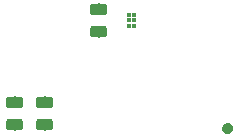
<source format=gbr>
G04 #@! TF.GenerationSoftware,KiCad,Pcbnew,5.0.0*
G04 #@! TF.CreationDate,2018-11-11T14:48:16-05:00*
G04 #@! TF.ProjectId,Pi-Temp_Humidity,50692D54656D705F48756D6964697479,rev?*
G04 #@! TF.SameCoordinates,Original*
G04 #@! TF.FileFunction,Paste,Top*
G04 #@! TF.FilePolarity,Positive*
%FSLAX46Y46*%
G04 Gerber Fmt 4.6, Leading zero omitted, Abs format (unit mm)*
G04 Created by KiCad (PCBNEW 5.0.0) date Sun Nov 11 14:48:16 2018*
%MOMM*%
%LPD*%
G01*
G04 APERTURE LIST*
%ADD10C,0.150000*%
%ADD11R,0.300000X0.300000*%
%ADD12C,0.100000*%
%ADD13C,0.975000*%
G04 APERTURE END LIST*
D10*
G36*
X204724000Y-91071700D02*
X204825600Y-91084400D01*
X204914500Y-91122500D01*
X204978000Y-91173300D01*
X205041500Y-91236800D01*
X205079600Y-91338400D01*
X205092300Y-91427300D01*
X205092300Y-91503500D01*
X205066900Y-91592400D01*
X205028800Y-91655900D01*
X204939900Y-91744800D01*
X204876400Y-91782900D01*
X204787500Y-91808300D01*
X204660500Y-91808300D01*
X204571600Y-91782900D01*
X204508100Y-91744800D01*
X204419200Y-91655900D01*
X204368400Y-91554300D01*
X204355700Y-91503500D01*
X204355700Y-91376500D01*
X204393800Y-91262200D01*
X204508100Y-91135200D01*
X204571600Y-91097100D01*
X204660500Y-91071700D01*
X204685900Y-91071700D01*
X204724000Y-91071700D01*
G37*
X204724000Y-91071700D02*
X204825600Y-91084400D01*
X204914500Y-91122500D01*
X204978000Y-91173300D01*
X205041500Y-91236800D01*
X205079600Y-91338400D01*
X205092300Y-91427300D01*
X205092300Y-91503500D01*
X205066900Y-91592400D01*
X205028800Y-91655900D01*
X204939900Y-91744800D01*
X204876400Y-91782900D01*
X204787500Y-91808300D01*
X204660500Y-91808300D01*
X204571600Y-91782900D01*
X204508100Y-91744800D01*
X204419200Y-91655900D01*
X204368400Y-91554300D01*
X204355700Y-91503500D01*
X204355700Y-91376500D01*
X204393800Y-91262200D01*
X204508100Y-91135200D01*
X204571600Y-91097100D01*
X204660500Y-91071700D01*
X204685900Y-91071700D01*
X204724000Y-91071700D01*
D11*
G04 #@! TO.C,U1*
X196342000Y-82796000D03*
X196842000Y-82796000D03*
X196842000Y-81796000D03*
X196342000Y-81796000D03*
X196342000Y-82296000D03*
X196842000Y-82296000D03*
G04 #@! TD*
D12*
G04 #@! TO.C,C1*
G36*
X194282142Y-80872174D02*
X194305803Y-80875684D01*
X194329007Y-80881496D01*
X194351529Y-80889554D01*
X194373153Y-80899782D01*
X194393670Y-80912079D01*
X194412883Y-80926329D01*
X194430607Y-80942393D01*
X194446671Y-80960117D01*
X194460921Y-80979330D01*
X194473218Y-80999847D01*
X194483446Y-81021471D01*
X194491504Y-81043993D01*
X194497316Y-81067197D01*
X194500826Y-81090858D01*
X194502000Y-81114750D01*
X194502000Y-81602250D01*
X194500826Y-81626142D01*
X194497316Y-81649803D01*
X194491504Y-81673007D01*
X194483446Y-81695529D01*
X194473218Y-81717153D01*
X194460921Y-81737670D01*
X194446671Y-81756883D01*
X194430607Y-81774607D01*
X194412883Y-81790671D01*
X194393670Y-81804921D01*
X194373153Y-81817218D01*
X194351529Y-81827446D01*
X194329007Y-81835504D01*
X194305803Y-81841316D01*
X194282142Y-81844826D01*
X194258250Y-81846000D01*
X193345750Y-81846000D01*
X193321858Y-81844826D01*
X193298197Y-81841316D01*
X193274993Y-81835504D01*
X193252471Y-81827446D01*
X193230847Y-81817218D01*
X193210330Y-81804921D01*
X193191117Y-81790671D01*
X193173393Y-81774607D01*
X193157329Y-81756883D01*
X193143079Y-81737670D01*
X193130782Y-81717153D01*
X193120554Y-81695529D01*
X193112496Y-81673007D01*
X193106684Y-81649803D01*
X193103174Y-81626142D01*
X193102000Y-81602250D01*
X193102000Y-81114750D01*
X193103174Y-81090858D01*
X193106684Y-81067197D01*
X193112496Y-81043993D01*
X193120554Y-81021471D01*
X193130782Y-80999847D01*
X193143079Y-80979330D01*
X193157329Y-80960117D01*
X193173393Y-80942393D01*
X193191117Y-80926329D01*
X193210330Y-80912079D01*
X193230847Y-80899782D01*
X193252471Y-80889554D01*
X193274993Y-80881496D01*
X193298197Y-80875684D01*
X193321858Y-80872174D01*
X193345750Y-80871000D01*
X194258250Y-80871000D01*
X194282142Y-80872174D01*
X194282142Y-80872174D01*
G37*
D13*
X193802000Y-81358500D03*
D12*
G36*
X194282142Y-82747174D02*
X194305803Y-82750684D01*
X194329007Y-82756496D01*
X194351529Y-82764554D01*
X194373153Y-82774782D01*
X194393670Y-82787079D01*
X194412883Y-82801329D01*
X194430607Y-82817393D01*
X194446671Y-82835117D01*
X194460921Y-82854330D01*
X194473218Y-82874847D01*
X194483446Y-82896471D01*
X194491504Y-82918993D01*
X194497316Y-82942197D01*
X194500826Y-82965858D01*
X194502000Y-82989750D01*
X194502000Y-83477250D01*
X194500826Y-83501142D01*
X194497316Y-83524803D01*
X194491504Y-83548007D01*
X194483446Y-83570529D01*
X194473218Y-83592153D01*
X194460921Y-83612670D01*
X194446671Y-83631883D01*
X194430607Y-83649607D01*
X194412883Y-83665671D01*
X194393670Y-83679921D01*
X194373153Y-83692218D01*
X194351529Y-83702446D01*
X194329007Y-83710504D01*
X194305803Y-83716316D01*
X194282142Y-83719826D01*
X194258250Y-83721000D01*
X193345750Y-83721000D01*
X193321858Y-83719826D01*
X193298197Y-83716316D01*
X193274993Y-83710504D01*
X193252471Y-83702446D01*
X193230847Y-83692218D01*
X193210330Y-83679921D01*
X193191117Y-83665671D01*
X193173393Y-83649607D01*
X193157329Y-83631883D01*
X193143079Y-83612670D01*
X193130782Y-83592153D01*
X193120554Y-83570529D01*
X193112496Y-83548007D01*
X193106684Y-83524803D01*
X193103174Y-83501142D01*
X193102000Y-83477250D01*
X193102000Y-82989750D01*
X193103174Y-82965858D01*
X193106684Y-82942197D01*
X193112496Y-82918993D01*
X193120554Y-82896471D01*
X193130782Y-82874847D01*
X193143079Y-82854330D01*
X193157329Y-82835117D01*
X193173393Y-82817393D01*
X193191117Y-82801329D01*
X193210330Y-82787079D01*
X193230847Y-82774782D01*
X193252471Y-82764554D01*
X193274993Y-82756496D01*
X193298197Y-82750684D01*
X193321858Y-82747174D01*
X193345750Y-82746000D01*
X194258250Y-82746000D01*
X194282142Y-82747174D01*
X194282142Y-82747174D01*
G37*
D13*
X193802000Y-83233500D03*
G04 #@! TD*
D12*
G04 #@! TO.C,R2*
G36*
X189710142Y-88746174D02*
X189733803Y-88749684D01*
X189757007Y-88755496D01*
X189779529Y-88763554D01*
X189801153Y-88773782D01*
X189821670Y-88786079D01*
X189840883Y-88800329D01*
X189858607Y-88816393D01*
X189874671Y-88834117D01*
X189888921Y-88853330D01*
X189901218Y-88873847D01*
X189911446Y-88895471D01*
X189919504Y-88917993D01*
X189925316Y-88941197D01*
X189928826Y-88964858D01*
X189930000Y-88988750D01*
X189930000Y-89476250D01*
X189928826Y-89500142D01*
X189925316Y-89523803D01*
X189919504Y-89547007D01*
X189911446Y-89569529D01*
X189901218Y-89591153D01*
X189888921Y-89611670D01*
X189874671Y-89630883D01*
X189858607Y-89648607D01*
X189840883Y-89664671D01*
X189821670Y-89678921D01*
X189801153Y-89691218D01*
X189779529Y-89701446D01*
X189757007Y-89709504D01*
X189733803Y-89715316D01*
X189710142Y-89718826D01*
X189686250Y-89720000D01*
X188773750Y-89720000D01*
X188749858Y-89718826D01*
X188726197Y-89715316D01*
X188702993Y-89709504D01*
X188680471Y-89701446D01*
X188658847Y-89691218D01*
X188638330Y-89678921D01*
X188619117Y-89664671D01*
X188601393Y-89648607D01*
X188585329Y-89630883D01*
X188571079Y-89611670D01*
X188558782Y-89591153D01*
X188548554Y-89569529D01*
X188540496Y-89547007D01*
X188534684Y-89523803D01*
X188531174Y-89500142D01*
X188530000Y-89476250D01*
X188530000Y-88988750D01*
X188531174Y-88964858D01*
X188534684Y-88941197D01*
X188540496Y-88917993D01*
X188548554Y-88895471D01*
X188558782Y-88873847D01*
X188571079Y-88853330D01*
X188585329Y-88834117D01*
X188601393Y-88816393D01*
X188619117Y-88800329D01*
X188638330Y-88786079D01*
X188658847Y-88773782D01*
X188680471Y-88763554D01*
X188702993Y-88755496D01*
X188726197Y-88749684D01*
X188749858Y-88746174D01*
X188773750Y-88745000D01*
X189686250Y-88745000D01*
X189710142Y-88746174D01*
X189710142Y-88746174D01*
G37*
D13*
X189230000Y-89232500D03*
D12*
G36*
X189710142Y-90621174D02*
X189733803Y-90624684D01*
X189757007Y-90630496D01*
X189779529Y-90638554D01*
X189801153Y-90648782D01*
X189821670Y-90661079D01*
X189840883Y-90675329D01*
X189858607Y-90691393D01*
X189874671Y-90709117D01*
X189888921Y-90728330D01*
X189901218Y-90748847D01*
X189911446Y-90770471D01*
X189919504Y-90792993D01*
X189925316Y-90816197D01*
X189928826Y-90839858D01*
X189930000Y-90863750D01*
X189930000Y-91351250D01*
X189928826Y-91375142D01*
X189925316Y-91398803D01*
X189919504Y-91422007D01*
X189911446Y-91444529D01*
X189901218Y-91466153D01*
X189888921Y-91486670D01*
X189874671Y-91505883D01*
X189858607Y-91523607D01*
X189840883Y-91539671D01*
X189821670Y-91553921D01*
X189801153Y-91566218D01*
X189779529Y-91576446D01*
X189757007Y-91584504D01*
X189733803Y-91590316D01*
X189710142Y-91593826D01*
X189686250Y-91595000D01*
X188773750Y-91595000D01*
X188749858Y-91593826D01*
X188726197Y-91590316D01*
X188702993Y-91584504D01*
X188680471Y-91576446D01*
X188658847Y-91566218D01*
X188638330Y-91553921D01*
X188619117Y-91539671D01*
X188601393Y-91523607D01*
X188585329Y-91505883D01*
X188571079Y-91486670D01*
X188558782Y-91466153D01*
X188548554Y-91444529D01*
X188540496Y-91422007D01*
X188534684Y-91398803D01*
X188531174Y-91375142D01*
X188530000Y-91351250D01*
X188530000Y-90863750D01*
X188531174Y-90839858D01*
X188534684Y-90816197D01*
X188540496Y-90792993D01*
X188548554Y-90770471D01*
X188558782Y-90748847D01*
X188571079Y-90728330D01*
X188585329Y-90709117D01*
X188601393Y-90691393D01*
X188619117Y-90675329D01*
X188638330Y-90661079D01*
X188658847Y-90648782D01*
X188680471Y-90638554D01*
X188702993Y-90630496D01*
X188726197Y-90624684D01*
X188749858Y-90621174D01*
X188773750Y-90620000D01*
X189686250Y-90620000D01*
X189710142Y-90621174D01*
X189710142Y-90621174D01*
G37*
D13*
X189230000Y-91107500D03*
G04 #@! TD*
D12*
G04 #@! TO.C,R1*
G36*
X187170142Y-90621174D02*
X187193803Y-90624684D01*
X187217007Y-90630496D01*
X187239529Y-90638554D01*
X187261153Y-90648782D01*
X187281670Y-90661079D01*
X187300883Y-90675329D01*
X187318607Y-90691393D01*
X187334671Y-90709117D01*
X187348921Y-90728330D01*
X187361218Y-90748847D01*
X187371446Y-90770471D01*
X187379504Y-90792993D01*
X187385316Y-90816197D01*
X187388826Y-90839858D01*
X187390000Y-90863750D01*
X187390000Y-91351250D01*
X187388826Y-91375142D01*
X187385316Y-91398803D01*
X187379504Y-91422007D01*
X187371446Y-91444529D01*
X187361218Y-91466153D01*
X187348921Y-91486670D01*
X187334671Y-91505883D01*
X187318607Y-91523607D01*
X187300883Y-91539671D01*
X187281670Y-91553921D01*
X187261153Y-91566218D01*
X187239529Y-91576446D01*
X187217007Y-91584504D01*
X187193803Y-91590316D01*
X187170142Y-91593826D01*
X187146250Y-91595000D01*
X186233750Y-91595000D01*
X186209858Y-91593826D01*
X186186197Y-91590316D01*
X186162993Y-91584504D01*
X186140471Y-91576446D01*
X186118847Y-91566218D01*
X186098330Y-91553921D01*
X186079117Y-91539671D01*
X186061393Y-91523607D01*
X186045329Y-91505883D01*
X186031079Y-91486670D01*
X186018782Y-91466153D01*
X186008554Y-91444529D01*
X186000496Y-91422007D01*
X185994684Y-91398803D01*
X185991174Y-91375142D01*
X185990000Y-91351250D01*
X185990000Y-90863750D01*
X185991174Y-90839858D01*
X185994684Y-90816197D01*
X186000496Y-90792993D01*
X186008554Y-90770471D01*
X186018782Y-90748847D01*
X186031079Y-90728330D01*
X186045329Y-90709117D01*
X186061393Y-90691393D01*
X186079117Y-90675329D01*
X186098330Y-90661079D01*
X186118847Y-90648782D01*
X186140471Y-90638554D01*
X186162993Y-90630496D01*
X186186197Y-90624684D01*
X186209858Y-90621174D01*
X186233750Y-90620000D01*
X187146250Y-90620000D01*
X187170142Y-90621174D01*
X187170142Y-90621174D01*
G37*
D13*
X186690000Y-91107500D03*
D12*
G36*
X187170142Y-88746174D02*
X187193803Y-88749684D01*
X187217007Y-88755496D01*
X187239529Y-88763554D01*
X187261153Y-88773782D01*
X187281670Y-88786079D01*
X187300883Y-88800329D01*
X187318607Y-88816393D01*
X187334671Y-88834117D01*
X187348921Y-88853330D01*
X187361218Y-88873847D01*
X187371446Y-88895471D01*
X187379504Y-88917993D01*
X187385316Y-88941197D01*
X187388826Y-88964858D01*
X187390000Y-88988750D01*
X187390000Y-89476250D01*
X187388826Y-89500142D01*
X187385316Y-89523803D01*
X187379504Y-89547007D01*
X187371446Y-89569529D01*
X187361218Y-89591153D01*
X187348921Y-89611670D01*
X187334671Y-89630883D01*
X187318607Y-89648607D01*
X187300883Y-89664671D01*
X187281670Y-89678921D01*
X187261153Y-89691218D01*
X187239529Y-89701446D01*
X187217007Y-89709504D01*
X187193803Y-89715316D01*
X187170142Y-89718826D01*
X187146250Y-89720000D01*
X186233750Y-89720000D01*
X186209858Y-89718826D01*
X186186197Y-89715316D01*
X186162993Y-89709504D01*
X186140471Y-89701446D01*
X186118847Y-89691218D01*
X186098330Y-89678921D01*
X186079117Y-89664671D01*
X186061393Y-89648607D01*
X186045329Y-89630883D01*
X186031079Y-89611670D01*
X186018782Y-89591153D01*
X186008554Y-89569529D01*
X186000496Y-89547007D01*
X185994684Y-89523803D01*
X185991174Y-89500142D01*
X185990000Y-89476250D01*
X185990000Y-88988750D01*
X185991174Y-88964858D01*
X185994684Y-88941197D01*
X186000496Y-88917993D01*
X186008554Y-88895471D01*
X186018782Y-88873847D01*
X186031079Y-88853330D01*
X186045329Y-88834117D01*
X186061393Y-88816393D01*
X186079117Y-88800329D01*
X186098330Y-88786079D01*
X186118847Y-88773782D01*
X186140471Y-88763554D01*
X186162993Y-88755496D01*
X186186197Y-88749684D01*
X186209858Y-88746174D01*
X186233750Y-88745000D01*
X187146250Y-88745000D01*
X187170142Y-88746174D01*
X187170142Y-88746174D01*
G37*
D13*
X186690000Y-89232500D03*
G04 #@! TD*
M02*

</source>
